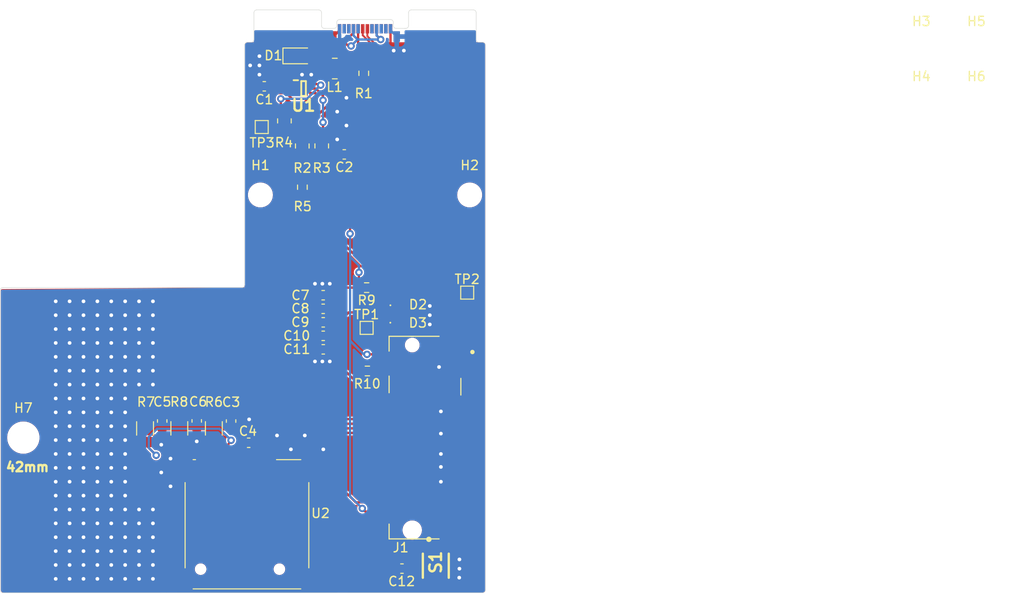
<source format=kicad_pcb>
(kicad_pcb (version 20221018) (generator pcbnew)

  (general
    (thickness 1.6)
  )

  (paper "A4")
  (title_block
    (title "Expansion Card Template")
    (rev "X1")
    (company "Framework")
    (comment 1 "This work is licensed under a Creative Commons Attribution 4.0 International License")
    (comment 4 "https://frame.work")
  )

  (layers
    (0 "F.Cu" signal)
    (31 "B.Cu" signal)
    (32 "B.Adhes" user "B.Adhesive")
    (33 "F.Adhes" user "F.Adhesive")
    (34 "B.Paste" user)
    (35 "F.Paste" user)
    (36 "B.SilkS" user "B.Silkscreen")
    (37 "F.SilkS" user "F.Silkscreen")
    (38 "B.Mask" user)
    (39 "F.Mask" user)
    (40 "Dwgs.User" user "User.Drawings")
    (41 "Cmts.User" user "User.Comments")
    (42 "Eco1.User" user "User.Eco1")
    (43 "Eco2.User" user "User.Eco2")
    (44 "Edge.Cuts" user)
    (45 "Margin" user)
    (46 "B.CrtYd" user "B.Courtyard")
    (47 "F.CrtYd" user "F.Courtyard")
    (48 "B.Fab" user)
    (49 "F.Fab" user)
  )

  (setup
    (stackup
      (layer "F.SilkS" (type "Top Silk Screen"))
      (layer "F.Paste" (type "Top Solder Paste"))
      (layer "F.Mask" (type "Top Solder Mask") (thickness 0.01))
      (layer "F.Cu" (type "copper") (thickness 0.035))
      (layer "dielectric 1" (type "core") (thickness 1.51) (material "FR4") (epsilon_r 4.5) (loss_tangent 0.02))
      (layer "B.Cu" (type "copper") (thickness 0.035))
      (layer "B.Mask" (type "Bottom Solder Mask") (thickness 0.01))
      (layer "B.Paste" (type "Bottom Solder Paste"))
      (layer "B.SilkS" (type "Bottom Silk Screen"))
      (copper_finish "None")
      (dielectric_constraints no)
    )
    (pad_to_mask_clearance 0)
    (aux_axis_origin 100.5 190)
    (grid_origin 100.5 190)
    (pcbplotparams
      (layerselection 0x0001000_7ffffffe)
      (plot_on_all_layers_selection 0x0000000_00000000)
      (disableapertmacros false)
      (usegerberextensions false)
      (usegerberattributes true)
      (usegerberadvancedattributes true)
      (creategerberjobfile true)
      (dashed_line_dash_ratio 12.000000)
      (dashed_line_gap_ratio 3.000000)
      (svgprecision 4)
      (plotframeref false)
      (viasonmask false)
      (mode 1)
      (useauxorigin false)
      (hpglpennumber 1)
      (hpglpenspeed 20)
      (hpglpendiameter 15.000000)
      (dxfpolygonmode true)
      (dxfimperialunits true)
      (dxfusepcbnewfont true)
      (psnegative false)
      (psa4output false)
      (plotreference true)
      (plotvalue true)
      (plotinvisibletext false)
      (sketchpadsonfab false)
      (subtractmaskfromsilk false)
      (outputformat 3)
      (mirror false)
      (drillshape 0)
      (scaleselection 1)
      (outputdirectory "")
    )
  )

  (net 0 "")
  (net 1 "GND")
  (net 2 "+3.3V")
  (net 3 "VBUS")
  (net 4 "/UIM-RESET")
  (net 5 "/UIM-CLK")
  (net 6 "/UIM-DATA")
  (net 7 "/UIM-PWR")
  (net 8 "/RESET")
  (net 9 "Net-(D1-A)")
  (net 10 "Net-(D2-A)")
  (net 11 "/WWAN_ACTIVITY")
  (net 12 "Net-(D3-A)")
  (net 13 "unconnected-(J1-CONFIG_3-Pad1)")
  (net 14 "Net-(J1-~{FULL_CARD_POWER_OFF})")
  (net 15 "/USB_D+")
  (net 16 "unconnected-(J1-~{W_DISABLE1}-Pad8)")
  (net 17 "/USB_D-")
  (net 18 "unconnected-(J1-GPIO_5-Pad20)")
  (net 19 "unconnected-(J1-CONFIG_0-Pad21)")
  (net 20 "unconnected-(J1-GPIO_6-Pad22)")
  (net 21 "Net-(J1-GPIO_11)")
  (net 22 "unconnected-(J1-GPIO_7-Pad24)")
  (net 23 "unconnected-(J1-DPR-Pad25)")
  (net 24 "unconnected-(J1-GPIO_10-Pad26)")
  (net 25 "unconnected-(J1-GPIO_8-Pad28)")
  (net 26 "unconnected-(J1-PERn1{slash}USB3.0-Rx-{slash}SSIC-RxN-Pad29)")
  (net 27 "unconnected-(J1-PERp1{slash}USB3.0-Rx+{slash}SSIC-RxP-Pad31)")
  (net 28 "unconnected-(J1-PETn1{slash}USB3.0-Tx-{slash}SSIC-TxN-Pad35)")
  (net 29 "unconnected-(J1-PETp1{slash}USB3.0-Tx+{slash}SSIC-TxP-Pad37)")
  (net 30 "unconnected-(J1-DEVSLP-Pad38)")
  (net 31 "unconnected-(J1-GPIO_0-Pad40)")
  (net 32 "unconnected-(J1-PERn0{slash}SATA-B+-Pad41)")
  (net 33 "unconnected-(J1-GPIO_1-Pad42)")
  (net 34 "unconnected-(J1-PERp0{slash}SATA-B--Pad43)")
  (net 35 "unconnected-(J1-GPIO_2-Pad44)")
  (net 36 "unconnected-(J1-GPIO_3-Pad46)")
  (net 37 "unconnected-(J1-PETn0{slash}SATA-A--Pad47)")
  (net 38 "unconnected-(J1-GPIO_4-Pad48)")
  (net 39 "unconnected-(J1-PETp0{slash}SATA-A+-Pad49)")
  (net 40 "unconnected-(J1-~{PERST}-Pad50)")
  (net 41 "unconnected-(J1-~{CLKREQ}-Pad52)")
  (net 42 "unconnected-(J1-REFCLKn-Pad53)")
  (net 43 "unconnected-(J1-~{PEWAKE}-Pad54)")
  (net 44 "unconnected-(J1-REFCLKp-Pad55)")
  (net 45 "unconnected-(J1-NC-Pad56)")
  (net 46 "unconnected-(J1-NC-Pad58)")
  (net 47 "unconnected-(J1-ANTCTL0-Pad59)")
  (net 48 "unconnected-(J1-COEX3-Pad60)")
  (net 49 "unconnected-(J1-ANTCTL1-Pad61)")
  (net 50 "unconnected-(J1-COEX2-Pad62)")
  (net 51 "unconnected-(J1-ANTCTL2-Pad63)")
  (net 52 "unconnected-(J1-COEX1-Pad64)")
  (net 53 "unconnected-(J1-ANTCTL3-Pad65)")
  (net 54 "/SIM_DETECT")
  (net 55 "unconnected-(J1-SUSCLK-Pad68)")
  (net 56 "unconnected-(J1-CONFIG_1-Pad69)")
  (net 57 "unconnected-(J1-CONFIG_2-Pad75)")
  (net 58 "Net-(U1-SW)")
  (net 59 "Net-(P1-CC)")
  (net 60 "unconnected-(P1-VCONN-PadB5)")
  (net 61 "Net-(U1-FB)")
  (net 62 "Net-(U1-PG)")
  (net 63 "Net-(U2-I{slash}O)")
  (net 64 "Net-(U2-RST)")
  (net 65 "Net-(U2-CLK)")
  (net 66 "unconnected-(S1-Pad2)")
  (net 67 "unconnected-(S1-Pad4)")
  (net 68 "unconnected-(U2-VPP-PadC6)")

  (footprint "Capacitor_SMD:C_0603_1608Metric" (layer "F.Cu") (at 143.895 187.39))

  (footprint "Diode_SMD:D_SOD-323" (layer "F.Cu") (at 132.65 131.97))

  (footprint "Connector_USB:USB_C_Plug_Molex_105444" (layer "F.Cu") (at 139.918 129))

  (footprint "TPS:SOTFL50P160X60-6N" (layer "F.Cu") (at 133.268 135.5))

  (footprint "MountingHole:MountingHole_2.2mm_M2" (layer "F.Cu") (at 128.608 147))

  (footprint "Resistor_SMD:R_0805_2012Metric" (layer "F.Cu") (at 135.23 141.7025 -90))

  (footprint "MountingHole:MountingHole_2.2mm_M2" (layer "F.Cu") (at 151.208 147))

  (footprint "Resistor_SMD:R_1206_3216Metric" (layer "F.Cu") (at 119.85 172.23 90))

  (footprint "Capacitor_SMD:C_0603_1608Metric" (layer "F.Cu") (at 121.73 171.425 90))

  (footprint "TestPoint:TestPoint_Pad_1.0x1.0mm" (layer "F.Cu") (at 140.08 161.37))

  (footprint "MountingHole:MountingHole_2.2mm_M2" (layer "F.Cu") (at 205.935 137.39))

  (footprint "NGFF:TE_2199119-3" (layer "F.Cu") (at 145.005 173.23 -90))

  (footprint "Capacitor_SMD:C_0603_1608Metric" (layer "F.Cu") (at 127.34 173.79 180))

  (footprint "Diode_SMD:D_0402_1005Metric" (layer "F.Cu") (at 143.73 160.81))

  (footprint "TestPoint:TestPoint_Pad_1.0x1.0mm" (layer "F.Cu") (at 150.94 157.56))

  (footprint "Capacitor_SMD:C_0603_1608Metric" (layer "F.Cu") (at 125.44 171.44 90))

  (footprint "NSCCP-D-06-G-SMT-SW-T:NSCCP-D-06-G-SMT-SW-T&slash_R" (layer "F.Cu") (at 127.1548 182.5986))

  (footprint "Resistor_SMD:R_1206_3216Metric" (layer "F.Cu") (at 123.58 172.2325 90))

  (footprint "Capacitor_SMD:C_0603_1608Metric" (layer "F.Cu") (at 135.39 162.23 180))

  (footprint "Capacitor_SMD:C_0603_1608Metric" (layer "F.Cu") (at 135.39 160.77 180))

  (footprint "Capacitor_SMD:C_0603_1608Metric" (layer "F.Cu") (at 129.025 135.26 180))

  (footprint "Resistor_SMD:R_0603_1608Metric" (layer "F.Cu") (at 140.08 157.02))

  (footprint "Resistor_SMD:R_1206_3216Metric" (layer "F.Cu") (at 116.15 172.2375 90))

  (footprint "Capacitor_SMD:C_0603_1608Metric" (layer "F.Cu") (at 135.385 157.84 180))

  (footprint "Resistor_SMD:R_0805_2012Metric" (layer "F.Cu") (at 131.2 138.9975 -90))

  (footprint "Capacitor_SMD:C_0603_1608Metric" (layer "F.Cu") (at 118 171.435 -90))

  (footprint "MountingHole:MountingHole_2.2mm_M2" (layer "F.Cu") (at 199.985 137.39))

  (footprint "Resistor_SMD:R_0603_1608Metric" (layer "F.Cu") (at 140.16 166.03))

  (footprint "TestPoint:TestPoint_Pad_1.0x1.0mm" (layer "F.Cu") (at 128.75 139.66))

  (footprint "Inductor_SMD:L_1008_2520Metric" (layer "F.Cu") (at 136.64 133.34))

  (footprint "Resistor_SMD:R_0603_1608Metric" (layer "F.Cu") (at 139.77 133.855 -90))

  (footprint "MountingHole:MountingHole_2.2mm_M2" (layer "F.Cu") (at 199.985 131.44))

  (footprint "Capacitor_SMD:C_0603_1608Metric" (layer "F.Cu") (at 135.395 163.69 180))

  (footprint "MountingHole:MountingHole_2.2mm_M2" (layer "F.Cu") (at 205.935 131.44))

  (footprint "Capacitor_SMD:C_0603_1608Metric" (layer "F.Cu") (at 137.665 142.62 180))

  (footprint "Resistor_SMD:R_0805_2012Metric" (layer "F.Cu") (at 133.13 141.71 -90))

  (footprint "Diode_SMD:D_0402_1005Metric" (layer "F.Cu") (at 143.7375 158.93))

  (footprint "Capacitor_SMD:C_0603_1608Metric" (layer "F.Cu") (at 135.385 159.31 180))

  (footprint "KMR:KMR2_1" (layer "F.Cu") (at 147.55 187.0775 -90))

  (footprint "MountingHole:MountingHole_2.2mm_M2" (layer "F.Cu") (at 103.005 173.23))

  (footprint "Resistor_SMD:R_0603_1608Metric" (layer "F.Cu") (at 133.14 146.165 -90))

  (gr_line (start 152.908 130.8) (end 152.908 156.88)
    (stroke (width 0.05) (type solid)) (layer "Edge.Cuts") (tstamp 00000000-0000-0000-0000-00005fd6c720))
  (gr_arc (start 144.608 128.7) (mid 144.520132 128.912132) (end 144.308 129)
    (stroke (width 0.05) (type solid)) (layer "Edge.Cuts") (tstamp 00000000-0000-0000-0000-00005fd740c4))
  (gr_arc (start 134.908 127) (mid 135.120132 127.087868) (end 135.208 127.3)
    (stroke (width 0.05) (type solid)) (layer "Edge.Cuts") (tstamp 00000000-0000-0000-0000-00005fd740f4))
  (gr_line (start 144.608 128.7) (end 144.608 127.3)
    (stroke (width 0.05) (type solid)) (layer "Edge.Cuts") (tstamp 00000000-0000-0000-0000-00005fd740fa))
  (gr_arc (start 144.608 127.3) (mid 144.695868 127.087868) (end 144.908 127)
    (stroke (width 0.05) (type solid)) (layer "Edge.Cuts") (tstamp 00000000-0000-0000-0000-00005fd740ff))
  (gr_line (start 134.908 127) (end 128.208 127)
    (stroke (width 0.05) (type solid)) (layer "Edge.Cuts") (tstamp 00000000-0000-0000-0000-00005fd74105))
  (gr_line (start 144.908 127) (end 151.608 127)
    (stroke (width 0.05) (type solid)) (layer "Edge.Cuts") (tstamp 00000000-0000-0000-0000-00005fd74106))
  (gr_arc (start 127.908 127.3) (mid 127.995868 127.087868) (end 128.208 127)
    (stroke (width 0.05) (type solid)) (layer "Edge.Cuts") (tstamp 00000000-0000-0000-0000-000060665098))
  (gr_line (start 127.908 130.2) (end 127.908 127.3)
    (stroke (width 0.05) (type solid)) (layer "Edge.Cuts") (tstamp 00000000-0000-0000-0000-00006066509e))
  (gr_arc (start 127.908 130.2) (mid 127.820132 130.412132) (end 127.608 130.5)
    (stroke (width 0.05) (type solid)) (layer "Edge.Cuts") (tstamp 00000000-0000-0000-0000-0000606650b3))
  (gr_arc (start 126.908 130.8) (mid 126.995868 130.587868) (end 127.208 130.5)
    (stroke (width 0.05) (type solid)) (layer "Edge.Cuts") (tstamp 00000000-0000-0000-0000-000060665274))
  (gr_line (start 127.208 130.5) (end 127.608 130.5)
    (stroke (width 0.05) (type solid)) (layer "Edge.Cuts") (tstamp 00000000-0000-0000-0000-0000606654f6))
  (gr_line (start 151.908 130.2) (end 151.908 127.3)
    (stroke (width 0.05) (type solid)) (layer "Edge.Cuts") (tstamp 00000000-0000-0000-0000-000060665555))
  (gr_arc (start 152.608 130.5) (mid 152.820132 130.587868) (end 152.908 130.8)
    (stroke (width 0.05) (type solid)) (layer "Edge.Cuts") (tstamp 00000000-0000-0000-0000-000060665564))
  (gr_arc (start 152.208 130.5) (mid 151.995868 130.412132) (end 151.908 130.2)
    (stroke (width 0.05) (type solid)) (layer "Edge.Cuts") (tstamp 00000000-0000-0000-0000-000060665572))
  (gr_line (start 152.208 130.5) (end 152.608 130.5)
    (stroke (width 0.05) (type solid)) (layer "Edge.Cuts") (tstamp 00000000-0000-0000-0000-000060665583))
  (gr_arc (start 126.907868 156.707868) (mid 126.819998 156.919989) (end 126.607868 157.007868)
    (stroke (width 0.05) (type default)) (layer "Edge.Cuts") (tstamp 1114e806-f3f2-4ee9-94c9-87f9a2f92af9))
  (gr_line (start 135.208 128.7) (end 135.208 127.3)
    (stroke (width 0.05) (type solid)) (layer "Edge.Cuts") (tstamp 405ca6ac-788c-4cbf-9439-8a7e29567e7c))
  (gr_line (start 135.508 129) (end 135.608 129)
    (stroke (width 0.05) (type default)) (layer "Edge.Cuts") (tstamp 4441da39-3332-4861-9b96-cc5e1365621c))
  (gr_line (start 152.908 156.88) (end 152.907868 189.697868)
    (stroke (width 0.05) (type default)) (layer "Edge.Cuts") (tstamp 497655a0-fd75-4b4b-b05b-f486090b9939))
  (gr_line (start 126.907868 156.707868) (end 126.907868 130.8)
    (stroke (width 0.05) (type default)) (layer "Edge.Cuts") (tstamp 64d4a659-2d8d-4323-b0f3-18a667346fe4))
  (gr_arc (start 152.907868 189.697868) (mid 152.82 189.91) (end 152.607868 189.997868)
    (stroke (width 0.05) (type solid)) (layer "Edge.Cuts") (tstamp 69e87e04-5ebd-4e24-9f08-83d49b18f97a))
  (gr_arc (start 100.50813 157.31) (mid 100.595998 157.097868) (end 100.80813 157.01)
    (stroke (width 0.05) (type default)) (layer "Edge.Cuts") (tstamp 71c9865d-ba7c-4ed0-8549-1151d6d96c5d))
  (gr_line (start 100.804 190.007868) (end 152.603868 189.997868)
    (stroke (width 0.05) (type default)) (layer "Edge.Cuts") (tstamp 7736dc56-5a8a-4813-a91d-66472ee5cbf5))
  (gr_line (start 100.508141 157.31) (end 100.508141 189.707868)
    (stroke (width 0.05) (type default)) (layer "Edge.Cuts") (tstamp 82572620-4d95-409e-aef7-76574676e40d))
  (gr_arc (start 135.508 129) (mid 135.295868 128.912132) (end 135.208 128.7)
    (stroke (width 0.05) (type solid)) (layer "Edge.Cuts") (tstamp 8f5e6bdb-d014-41c4-ab8a-1838c9934570))
  (gr_line (start 144.208 129) (end 144.308 129)
    (stroke (width 0.05) (type default)) (layer "Edge.Cuts") (tstamp 96d560f8-7c40-4c50-842a-c23e5c1c9d38))
  (gr_arc (start 100.808121 190.007868) (mid 100.596 189.919998) (end 100.508121 189.707868)
    (stroke (width 0.05) (type default)) (layer "Edge.Cuts") (tstamp 97df0da4-ef01-4516-9252-d89668d39a62))
  (gr_arc (start 151.608 127) (mid 151.820132 127.087868) (end 151.908 127.3)
    (stroke (width 0.05) (type solid)) (layer "Edge.Cuts") (tstamp c8489683-1909-40fa-8fb9-71bb925efd5f))
  (gr_line (start 100.81213 157.01) (end 126.6 157.007868)
    (stroke (width 0.05) (type default)) (layer "Edge.Cuts") (tstamp c9e4c29a-7d6e-4788-b9c0-9abf7aeb3283))
  (gr_text "42mm" (at 101 177) (layer "F.SilkS") (tstamp d2e9adc4-1307-425d-b9d5-67813b2610a2)
    (effects (font (size 1 1) (thickness 0.25) bold) (justify left bottom))
  )

  (segment (start 150.28 170.48) (end 149.605 170.48) (width 0.25) (layer "F.Cu") (net 1) (tstamp 18f2aa3b-5ccd-458b-ad0c-527e015995fa))
  (segment (start 149.605 177.98) (end 150.28 177.98) (width 0.25) (layer "F.Cu") (net 1) (tstamp 1e84e8e3-8296-4dd4-b6e1-84c9b780c79c))
  (segment (start 149.655 174.98) (end 150.28 174.98) (width 0.25) (layer "F.Cu") (net 1) (tstamp 2653fad1-fb7f-4daa-bda4-ec2e10d7527b))
  (segment (start 125.44 172.215) (end 125.535 172.215) (width 0.25) (layer "F.Cu") (net 1) (tstamp 28353f99-61cf-410c-9612-ae379b87c648))
  (segment (start 137.158 129.21) (end 136.488 129.88) (width 0.25) (layer "F.Cu") (net 1) (tstamp 38ee90e7-d9b9-40ef-8eec-071f6711d5a4))
  (segment (start 125.44 172.215) (end 125.545 172.215) (width 0.25) (layer "F.Cu") (net 1) (tstamp 3ce82a85-f78a-476b-8b50-14ebec914cdc))
  (segment (start 128.58 134.93) (end 128.25 135.26) (width 0.25) (layer "F.Cu") (net 1) (tstamp 53b9d3c5-8072-4151-bf1b-b1b5b955dcea))
  (segment (start 150.28 166.48) (end 149.655 166.48) (width 0.25) (layer "F.Cu") (net 1) (tstamp 549b64e4-237a-4889-8aa4-cb98a01a9751))
  (segment (start 134.615 163.685) (end 134.62 163.69) (width 0.25) (layer "F.Cu") (net 1) (tstamp 56306207-3d61-43ad-a613-13f64036ee59))
  (segment (start 137.158 129.04) (end 137.158 129.21) (width 0.25) (layer "F.Cu") (net 1) (tstamp 584a3bd1-3497-4b01-b47a-942907121381))
  (segment (start 150.28 181.98) (end 150.28 181.48) (width 0.25) (layer "F.Cu") (net 1) (tstamp 67128445-d617-4577-ad2d-eed57104381d))
  (segment (start 125.545 172.215) (end 126.41 171.35) (width 0.25) (layer "F.Cu") (net 1) (tstamp 6766c10d-6d52-4f2e-8cbc-bc34041da726))
  (segment (start 150.28 173.48) (end 149.605 173.48) (width 0.25) (layer "F.Cu") (net 1) (tstamp 76cfefc8-b3dd-434e-b04a-cafee5ecedb0))
  (segment (start 125.44 172.215) (end 125.565 172.215) (width 0.25) (layer "F.Cu") (net 1) (tstamp 7f367782-b947-4c30-9b08-265d01eac9b9))
  (segment (start 150.28 164.48) (end 150.28 164.98) (width 0.25) (layer "F.Cu") (net 1) (tstamp 83192abb-d71f-4b94-a692-356f4522c2c3))
  (segment (start 143.73 159.76) (end 144.01 159.76) (width 0.25) (layer "F.Cu") (net 1) (tstamp 86874b43-e0b1-4b7c-8527-d4897f3f40d6))
  (segment (start 128.6788 174.8212) (end 129.5 174) (width 0.25) (layer "F.Cu") (net 1) (tstamp 8964e1ee-88e3-4cc6-8ff5-1e9f44fd0a60))
  (segment (start 150.28 176.48) (end 149.655 176.48) (width 0.25) (layer "F.Cu") (net 1) (tstamp 8be873ab-2146-49e9-adeb-ba3bedc27327))
  (segment (start 143.2525 158.93) (end 143.2525 159.2825) (width 0.25) (layer "F.Cu") (net 1) (tstamp 8dde1f64-f06e-4c74-9e2c-00a47dd982fd))
  (segment (start 135.23 142.615) (end 136.885 142.615) (width 0.25) (layer "F.Cu") (net 1) (tstamp 94fb8177-2457-4973-a55f-8877623a524b))
  (segment (start 128.6788 175.2199) (end 128.6788 174.8212) (width 0.25) (layer "F.Cu") (net 1) (tstamp 9c142fa4-455a-499e-a153-27e534cb8c16))
  (segment (start 143.2525 159.2825) (end 143.73 159.76) (width 0.25) (layer "F.Cu") (net 1) (tstamp 9dd855e5-73e7-4584-8938-331bfb4b9ac6))
  (segment (start 149.65 164.98) (end 150.28 164.98) (width 0.25) (layer "F.Cu") (net 1) (tstamp a4c32a17-5b4b-4c16-8f95-ddada0d14fa1))
  (segment (start 134.61 160.765) (end 134.615 160.77) (width 0.25) (layer "F.Cu") (net 1) (tstamp b7856819-bf19-4baf-a906-13b9d263e11a))
  (segment (start 136.488 129.88) (end 136.488 130.912) (width 0.25) (layer "F.Cu") (net 1) (tstamp c022f80c-4445-4f28-ba8c-1688d88cda4b))
  (segment (start 150.28 181.48) (end 149.655 181.48) (width 0.25) (layer "F.Cu") (net 1) (tstamp ca5371ba-7e2b-447e-a246-d8d069c3e60e))
  (segment (start 136.488 130.912) (end 136.4 131) (width 0.25) (layer "F.Cu") (net 1) (tstamp d7ead074-7da5-489e-8efd-97928145a850))
  (segment (start 142.658 129.04) (end 142.658 130.642) (width 0.25) (layer "F.Cu") (net 1) (tstamp e186d50f-b8f4-4bd7-acca-069e7e9c27d5))
  (segment (start 150.28 177.98) (end 150.905 177.98) (width 0.25) (layer "F.Cu") (net 1) (tstamp ef7995de-975b-4bec-9431-ca677f18a202))
  (segment (start 136.885 142.615) (end 136.89 142.62) (width 0.25) (layer "F.Cu") (net 1) (tstamp f1cbd93b-f059-4a12-a8fa-4ff4d1901837))
  (segment (start 150.28 171.98) (end 149.605 171.98) (width 0.25) (layer "F.Cu") (net 1) (tstamp facb67d5-8391-42d8-b3e8-5cc10c977359))
  (via (at 114 172) (size 0.8) (drill 0.4) (layers "F.Cu" "B.Cu") (free) (net 1) (tstamp 01f405fe-eda9-4c15-a5bb-186dac851444))
  (via (at 106.5 182.5) (size 0.8) (drill 0.4) (layers "F.Cu" "B.Cu") (free) (net 1) (tstamp 02575d5f-ee44-4f78-bd55-316501e928c3))
  (via (at 143 131.4) (size 0.8) (drill 0.4) (layers "F.Cu" "B.Cu") (free) (net 1) (tstamp 02b9a713-f34c-418f-9040-80f1841753db))
  (via (at 106.5 166) (size 0.8) (drill 0.4) (layers "F.Cu" "B.Cu") (free) (net 1) (tstamp 033f8fdc-9a60-4a87-8411-e98bd63dbb92))
  (via (at 109.5 169) (size 0.8) (drill 0.4) (layers "F.Cu" "B.Cu") (free) (net 1) (tstamp 0392ccc6-9514-4382-9718-a6b5ad534114))
  (via (at 111 160) (size 0.8) (drill 0.4) (layers "F.Cu" "B.Cu") (free) (net 1) (tstamp 07755962-1abe-46cd-bf07-8e4c11d0d942))
  (via (at 128.5 133) (size 0.8) (drill 0.4) (layers "F.Cu" "B.Cu") (free) (net 1) (tstamp 08964a2f-09a7-4b6c-8b96-0963b4b55379))
  (via (at 106.5 175) (size 0.8) (drill 0.4) (layers "F.Cu" "B.Cu") (free) (net 1) (tstamp 0897f2c3-48df-475b-b127-84915715053f))
  (via (at 128.5 134) (size 0.8) (drill 0.4) (layers "F.Cu" "B.Cu") (free) (net 1) (tstamp 099d58ca-a520-4506-a0bd-d019fc556289))
  (via (at 114 179.5) (size 0.8) (drill 0.4) (layers "F.Cu" "B.Cu") (free) (net 1) (tstamp 0b12c6c1-e8f2-4450-bbac-68d2f429f601))
  (via (at 133.1 134) (size 0.8) (drill 0.4) (layers "F.Cu" "B.Cu") (free) (net 1) (tstamp 0c0afc01-c1a3-4b76-9ff8-45433cdc79eb))
  (via (at 117 164.5) (size 0.8) (drill 0.4) (layers "F.Cu" "B.Cu") (free) (net 1) (tstamp 0d735376-854e-4335-8ef7-05dc7fa45111))
  (via (at 112.5 173.5) (size 0.8) (drill 0.4) (layers "F.Cu" "B.Cu") (free) (net 1) (tstamp 0e6518fe-5244-4e72-9ae6-c7f1b94f3f5e))
  (via (at 117 185.5) (size 0.8) (drill 0.4) (layers "F.Cu" "B.Cu") (free) (net 1) (tstamp 1039a8eb-0dd2-43df-a256-3577a5079393))
  (via (at 106.5 178) (size 0.8) (drill 0.4) (layers "F.Cu" "B.Cu") (free) (net 1) (tstamp 1170b8ef-a5b3-4129-99d9-19251a6bff67))
  (via (at 111 185.5) (size 0.8) (drill 0.4) (layers "F.Cu" "B.Cu") (free) (net 1) (tstamp 11aa3e2e-665c-4ee0-bba8-e7aca73778ef))
  (via (at 114 160) (size 0.8) (drill 0.4) (layers "F.Cu" "B.Cu") (free) (net 1) (tstamp 13174ce5-4487-4483-869d-263915d35597))
  (via (at 114 178) (size 0.8) (drill 0.4) (layers "F.Cu" "B.Cu") (free) (net 1) (tstamp 131d7e96-c618-4f43-93d3-2a73248e3eb0))
  (via (at 134.1 134) (size 0.8) (drill 0.4) (layers "F.Cu" "B.Cu") (free) (net 1) (tstamp 132e1965-ccc5-4eb3-a92f-2fe9419285c8))
  (via (at 111 188.5) (size 0.8) (drill 0.4) (layers "F.Cu" "B.Cu") (free) (net 1) (tstamp 13de2fbf-3f19-4cba-a6d7-1323a1e28405))
  (via (at 117 167.5) (size 0.8) (drill 0.4) (layers "F.Cu" "B.Cu") (free) (net 1) (tstamp 13f97261-6972-45a5-af84-86d373747d3c))
  (via (at 148.1 176.4) (size 0.8) (drill 0.4) (layers "F.Cu" "B.Cu") (free) (net 1) (tstamp 1ae791b5-e49c-46bc-9657-1fb4d5b0e353))
  (via (at 131.9 174.5) (size 0.8) (drill 0.4) (layers "F.Cu" "B.Cu") (free) (net 1) (tstamp 1ca4070b-4902-4fe6-8e74-ac268143c878))
  (via (at 117.9 177) (size 0.8) (drill 0.4) (layers "F.Cu" "B.Cu") (free) (net 1) (tstamp 1d03bec3-1bce-4d56-b75e-6edf67bd929d))
  (via (at 106.5 188.5) (size 0.8) (drill 0.4) (layers "F.Cu" "B.Cu") (free) (net 1) (tstamp 1d7129e4-77b0-4343-a863-9c68cc73a1c4))
  (via (at 112.5 176.5) (size 0.8) (drill 0.4) (layers "F.Cu" "B.Cu") (free) (net 1) (tstamp 1dba8517-73a0-494e-9871-1432381d5510))
  (via (at 136.9 138) (size 0.8) (drill 0.4) (layers "F.Cu" "B.Cu") (free) (net 1) (tstamp 24b39ea0-131a-4927-9008-c863e7d4602d))
  (via (at 106.5 170.5) (size 0.8) (drill 0.4) (layers "F.Cu" "B.Cu") (free) (net 1) (tstamp 24be8740-1d18-490e-b326-82cf22ff4ba1))
  (via (at 148.1 175) (size 0.8) (drill 0.4) (layers "F.Cu" "B.Cu") (free) (net 1) (tstamp 27d6dd00-c074-4bfa-8b19-c95d35dae4f3))
  (via (at 117 166) (size 0.8) (drill 0.4) (layers "F.Cu" "B.Cu") (free) (net 1) (tstamp 2a666b57-efe2-414d-94c3-aa2b52e731c9))
  (via (at 108 160) (size 0.8) (drill 0.4) (layers "F.Cu" "B.Cu") (free) (net 1) (tstamp 2db1cdbf-f90d-4399-ba27-d87d98c4efbf))
  (via (at 114 169) (size 0.8) (drill 0.4) (layers "F.Cu" "B.Cu") (free) (net 1) (tstamp 2f8c8151-dc56-43cf-a0ac-6bff3e733610))
  (via (at 114 184) (size 0.8) (drill 0.4) (layers "F.Cu" "B.Cu") (free) (net 1) (tstamp 30c8c86c-6ad3-4895-9f7c-7403f78c3a2e))
  (via (at 111 170.5) (size 0.8) (drill 0.4) (layers "F.Cu" "B.Cu") (free) (net 1) (tstamp 316064d0-b24b-49cf-a318-c99ec73fcd5f))
  (via (at 114 158.5) (size 0.8) (drill 0.4) (layers "F.Cu" "B.Cu") (free) (net 1) (tstamp 36c3cf82-f926-4c33-89db-056334701ad9))
  (via (at 106.5 167.5) (size 0.8) (drill 0.4) (layers "F.Cu" "B.Cu") (free) (net 1) (tstamp 3742c76f-fc82-4c81-8d2b-ec3167091323))
  (via (at 111 179.5) (size 0.8) (drill 0.4) (layers "F.Cu" "B.Cu") (free) (net 1) (tstamp 382727a7-60d1-4ab4-b189-c4b94bb164f1))
  (via (at 108 164.5) (size 0.8) (drill 0.4) (layers "F.Cu" "B.Cu") (free) (net 1) (tstamp 384e77ab-f7a5-4f64-8703-d967e999822f))
  (via (at 114 188.5) (size 0.8) (drill 0.4) (layers "F.Cu" "B.Cu") (free) (net 1) (tstamp 38c09d09-6286-4236-8ebf-ddb2dfe9f247))
  (via (at 109.5 173.5) (size 0.8) (drill 0.4) (layers "F.Cu" "B.Cu") (free) (net 1) (tstamp 3b22a42f-c8da-4e56-960b-ae3fd84bb8ca))
  (via (at 115.5 182.5) (size 0.8) (drill 0.4) (layers "F.Cu" "B.Cu") (free) (net 1) (tstamp 3bd27abe-ab8d-4440-901f-8509bfd174ee))
  (via (at 106.5 181) (size 0.8) (drill 0.4) (layers "F.Cu" "B.Cu") (free) (net 1) (tstamp 3c2dac35-89c2-410a-b2eb-91b76e07a48a))
  (via (at 108 158.5) (size 0.8) (drill 0.4) (layers "F.Cu" "B.Cu") (free) (net 1) (tstamp 3c4316f1-ea43-49e5-bf87-a571aa50b9f2))
  (via (at 114 166) (size 0.8) (drill 0.4) (layers "F.Cu" "B.Cu") (free) (net 1) (tstamp 3ce4a0c5-cf07-4168-bed7-a865eb8f6f25))
  (via (at 135.3 156.6) (size 0.8) (drill 0.4) (layers "F.Cu" "B.Cu") (free) (net 1) (tstamp 3e91b324-eebb-4cba-b91d-a2f1331b9633))
  (via (at 109.5 161.5) (size 0.8) (drill 0.4) (layers "F.Cu" "B.Cu") (free) (net 1) (tstamp 3fe9be2c-9abb-4e60-a0c7-7c33fde1af3c))
  (via (at 109.5 184) (size 0.8) (drill 0.4) (layers "F.Cu" "B.Cu") (free) (net 1) (tstamp 430a42d6-25dc-4e83-96fd-ac18dedbbb3e))
  (via (at 112.5 188.5) (size 0.8) (drill 0.4) (layers "F.Cu" "B.Cu") (free) (net 1) (tstamp 4623e333-e74b-48cb-9d65-60a3845a8a1b))
  (via (at 137.9 136.5) (size 0.8) (drill 0.4) (layers "F.Cu" "B.Cu") (free) (net 1) (tstamp 4786734d-1a7c-44b3-a49a-9015d618267e))
  (via (at 136.9 141) (size 0.8) (drill 0.4) (layers "F.Cu" "B.Cu") (free) (net 1) (tstamp 47f68f11-da7e-42e9-b2f5-9db5e1ecf211))
  (via (at 111 176.5) (size 0.8) (drill 0.4) (layers "F.Cu" "B.Cu") (free) (net 1) (tstamp 4895575d-b17e-430f-8d30-993fc2faa833))
  (via (at 115.5 160) (size 0.8) (drill 0.4) (layers "F.Cu" "B.Cu") (free) (net 1) (tstamp 4a24b8f1-1feb-4ef9-ac81-0bc117d11325))
  (via (at 111 169) (size 0.8) (drill 0.4) (layers "F.Cu" "B.Cu") (free) (net 1) (tstamp 4abc3ca3-8d67-4c9e-a7b1-20aa1a92f30b))
  (via (at 111 158.5) (size 0.8) (drill 0.4) (layers "F.Cu" "B.Cu") (free) (net 1) (tstamp 4d2fb6d9-d5b4-41fa-a8e7-5d4f525c9380))
  (via (at 112.5 164.5) (size 0.8) (drill 0.4) (layers "F.Cu" "B.Cu") (free) (net 1) (tstamp 4e2ccc22-fdf5-4850-8786-8a09913f0f4c))
  (via (at 127.5 133) (size 0.8) (drill 0.4) (layers "F.Cu" "B.Cu") (free) (net 1) (tstamp 4eadb1e6-b1d4-4deb-989b-cf3682362b1b))
  (via (at 117 188.5) (size 0.8) (drill 0.4) (layers "F.Cu" "B.Cu") (free) (net 1) (tstamp 4fc9ee49-ec43-417e-b5a9-92ad0e6561fd))
  (via (at 111 167.5) (size 0.8) (drill 0.4) (layers "F.Cu" "B.Cu") (free) (net 1) (tstamp 525745ac-3415-4a54-928c-3b0da5aae717))
  (via (at 114 167.5) (size 0.8) (drill 0.4) (layers "F.Cu" "B.Cu") (free) (net 1) (tstamp 5526c415-a659-4f21-b900-332eb379fa96))
  (via (at 117 187) (size 0.8) (drill 0.4) (layers "F.Cu" "B.Cu") (free) (net 1) (tstamp 591e69b3-e2de-426c-8519-fe04824e939b))
  (via (at 115.5 164.5) (size 0.8) (drill 0.4) (layers "F.Cu" "B.Cu") (free) (net 1) (tstamp 59c9e42d-e4f3-4fd1-91c4-cc7e8be7d000))
  (via (at 106.5 164.5) (size 0.8) (drill 0.4) (layers "F.Cu" "B.Cu") (free) (net 1) (tstamp 5b2dd8b9-9e55-4979-ba0c-1a75cc00b304))
  (via (at 144.1 131.4) (size 0.8) (drill 0.4) (layers "F.Cu" "B.Cu") (free) (net 1) (tstamp 5c4cc67e-0887-4fd0-8a63-475e4ca65b02))
  (via (at 117 184) (size 0.8) (drill 0.4) (layers "F.Cu" "B.Cu") (free) (net 1) (tstamp 5e1304f2-4209-448b-a8eb-86bfe40c5e97))
  (via (at 148.1 172.8) (size 0.8) (drill 0.4) (layers "F.Cu" "B.Cu") (free) (net 1) (tstamp 63f93df5-dc34-41ae-a0ab-67ea12100163))
  (via (at 108 173.5) (size 0.8) (drill 0.4) (layers "F.Cu" "B.Cu") (free) (net 1) (tstamp 6406048b-c000-472f-8800-bb73a72b78ad))
  (via (at 128.5 132) (size 0.8) (drill 0.4) (layers "F.Cu" "B.Cu") (free) (net 1) (tstamp 65bf235a-11e7-40c1-81b2-cd2161997a07))
  (via (at 117 160) (size 0.8) (drill 0.4) (layers "F.Cu" "B.Cu") (free) (net 1) (tstamp 669b4bc0-479d-4e94-91c3-8e26cb8a6f65))
  (via (at 109.5 178) (size 0.8) (drill 0.4) (layers "F.Cu" "B.Cu") (free) (net 1) (tstamp 66e1bd96-de6f-4a8f-92d2-1b1ecc480fe6))
  (via (at 106.5 161.5) (size 0.8) (drill 0.4) (layers "F.Cu" "B.Cu") (free) (net 1) (tstamp 6870300f-2031-4055-bffa-6802efe0169f))
  (via (at 112.5 158.5) (size 0.8) (drill 0.4) (layers "F.Cu" "B.Cu") (free) (net 1) (tstamp 693f345c-d568-4557-8dbc-9d07fa6102e7))
  (via (at 117 161.5) (size 0.8) (drill 0.4) (layers "F.Cu" "B.Cu") (free) (net 1) (tstamp 6e7de2e6-3d06-4113-a4b1-55de351e3157))
  (via (at 150.08 188.37) (size 0.8) (drill 0.4) (layers "F.Cu" "B.Cu") (free) (net 1) (tstamp 70772cff-9c66-4b71-9d6e-7c681dce6ebe))
  (via (at 111 172) (size 0.8) (drill 0.4) (layers "F.Cu" "B.Cu") (free) (net 1) (tstamp 73031350-b993-42d8-866f-ecbc3ed36fa7))
  (via (at 112.5 160) (size 0.8) (drill 0.4) (layers "F.Cu" "B.Cu") (free) (net 1) (tstamp 732f1b46-c7e1-4eac-b854-802753e876b0))
  (via (at 108 184) (size 0.8) (drill 0.4) (layers "F.Cu" "B.Cu") (free) (net 1) (tstamp 77548025-7cfc-43d3-8af2-010631dacbd9))
  (via (at 108 175) (size 0.8) (drill 0.4) (layers "F.Cu" "B.Cu") (free) (net 1) (tstamp 77b1910e-3a09-4fb8-a43a-e7a6928f948a))
  (via (at 111 163) (size 0.8) (drill 0.4) (layers "F.Cu" "B.Cu") (free) (net 1) (tstamp 77b633bd-4c23-4b1e-9328-8c754f77d4ee))
  (via (at 109.5 181) (size 0.8) (drill 0.4) (layers "F.Cu" "B.Cu") (free) (net 1) (tstamp 7858eace-ff66-474c-800f-8268412eeaea))
  (via (at 136.1 165) (size 0.8) (drill 0.4) (layers "F.Cu" "B.Cu") (free) (net 1) (tstamp 7935c793-3d18-45e7-b6ab-da99f89e1afa))
  (via (at 115.5 187) (size 0.8) (drill 0.4) (layers "F.Cu" "B.Cu") (free) (net 1) (tstamp 793a72ad-85f4-49e8-b1ed-eeb6c8d7f1ff))
  (via (at 115.5 166) (size 0.8) (drill 0.4) (layers "F.Cu" "B.Cu") (free) (net 1) (tstamp 7cf80ca8-8264-42f9-a344-a856e59c47be))
  (via (at 115.5 167.5) (size 0.8) (drill 0.4) (layers "F.Cu" "B.Cu") (free) (net 1) (tstamp 7db17f06-2215-48df-8c1f-d691f40ff184))
  (via (at 115.5 161.5) (size 0.8) (drill 0.4) (layers "F.Cu" "B.Cu") (free) (net 1) (tstamp 7db6dfb6-7eaa-4f85-bdda-6848f9ac971f))
  (via (at 114 173.5) (size 0.8) (drill 0.4) (layers "F.Cu" "B.Cu") (free) (net 1) (tstamp 7e7d09e1-8297-4b9b-8946-a43acc5571d8))
  (via (at 112.5 181) (size 0.8) (drill 0.4) (layers "F.Cu" "B.Cu") (free) (net 1) (tstamp 7f9d8492-0207-4357-8f87-f86fd40055bf))
  (via (at 111 166) (size 0.8) (drill 0.4) (layers "F.Cu" "B.Cu") (free) (net 1) (tstamp 81e56ddd-6f79-4a5e-82ba-4d26484fc2d4))
  (via (at 114 161.5) (size 0.8) (drill 0.4) (layers "F.Cu" "B.Cu") (free) (net 1) (tstamp 81f8c842-f248-4107-9d13-e57591eb8440))
  (via (at 146.9 160) (size 0.8) (drill 0.4) (layers "F.Cu" "B.Cu") (free) (net 1) (tstamp 8251c6f3-4d3c-4d27-b0a7-85f3ef2574af))
  (via (at 109.5 182.5) (size 0.8) (drill 0.4) (layers "F.Cu" "B.Cu") (free) (net 1) (tstamp 8510e590-ac5c-4b5e-a56e-72d2504c277f))
  (via (at 137.9 139.5) (size 0.8) (drill 0.4) (layers "F.Cu" "B.Cu") (free) (net 1) (tstamp 85807416-81c5-41bd-9eb1-081cab4f7f02))
  (via (at 109.5 164.5) (size 0.8) (drill 0.4) (layers "F.Cu" "B.Cu") (free) (net 1) (tstamp 88dc0880-861d-40b9-baa3-282f35254fef))
  (via (at 109.5 176.5) (size 0.8) (drill 0.4) (layers "F.Cu" "B.Cu") (free) (net 1) (tstamp 8afa60e7-b7ac-4aa6-9bb7-5a7c13d5dcb7))
  (via (at 114 175) (size 0.8) (drill 0.4) (layers "F.Cu" "B.Cu") (free) (net 1) (tstamp 8b0eb9e1-2f07-4c5a-bff6-129ebdc45ed9))
  (via (at 114 187) (size 0.8) (drill 0.4) (layers "F.Cu" "B.Cu") (free) (net 1) (tstamp 8b8967ec-018d-4a86-9af7-cdc25f5ad880))
  (via (at 112.5 185.5) (size 0.8) (drill 0.4) (layers "F.Cu" "B.Cu") (free) (net 1) (tstamp 8be33741-4666-4435-af2b-36eaf10b5b34))
  (via (at 108 161.5) (size 0.8) (drill 0.4) (layers "F.Cu" "B.Cu") (free) (net 1) (tstamp 8c104c40-ccdb-4d29-a9e7-2fae0ca7c4d5))
  (via (at 111 187) (size 0.8) (drill 0.4) (layers "F.Cu" "B.Cu") (free) (net 1) (tstamp 8cb0965b-e947-4af7-9be7-55ac41f5f196))
  (via (at 112.5 163) (size 0.8) (drill 0.4) (layers "F.Cu" "B.Cu") (free) (net 1) (tstamp 8cb74d9a-30c2-422d-870d-edff73dd4a5e))
  (via (at 108 176.5) (size 0.8) (drill 0.4) (layers "F.Cu" "B.Cu") (free) (net 1) (tstamp 8dfc2741-2aab-4354-ad07-3f29ad555390))
  (via (at 112.5 184) (size 0.8) (drill 0.4) (layers "F.Cu" "B.Cu") (free) (net 1) (tstamp 8f8e886c-5b03-4d6b-8625-5385233fb1f4))
  (via (at 109.5 166) (size 0.8) (drill 0.4) (layers "F.Cu" "B.Cu") (free) (net 1) (tstamp 8fa456b8-c895-4884-94c1-a6026d931211))
  (via (at 130.4 173) (size 0.8) (dr
... [224741 chars truncated]
</source>
